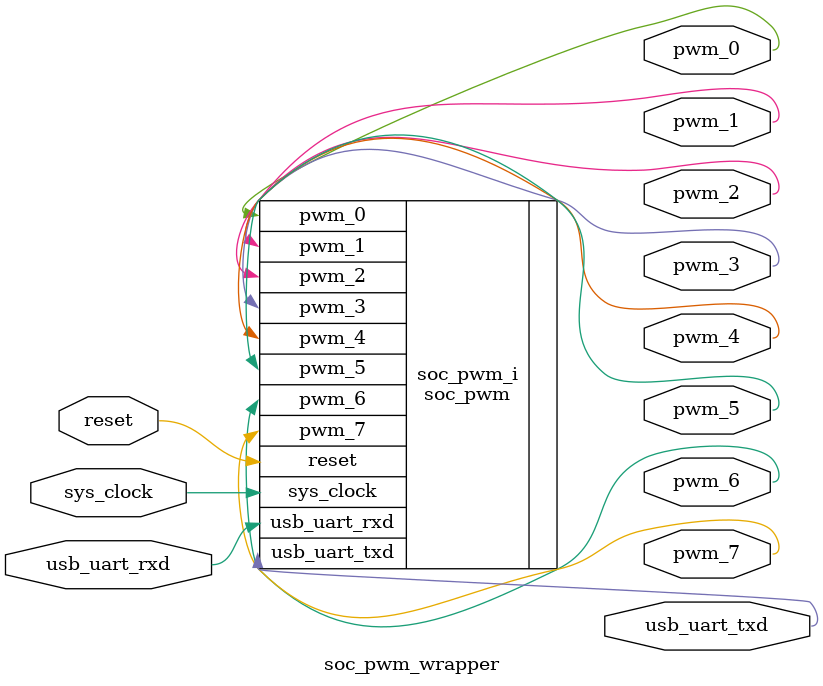
<source format=v>
`timescale 1 ps / 1 ps

module soc_pwm_wrapper
   (pwm_0,
    pwm_1,
    pwm_2,
    pwm_3,
    pwm_4,
    pwm_5,
    pwm_6,
    pwm_7,
    reset,
    sys_clock,
    usb_uart_rxd,
    usb_uart_txd);
  output pwm_0;
  output pwm_1;
  output pwm_2;
  output pwm_3;
  output pwm_4;
  output pwm_5;
  output pwm_6;
  output pwm_7;
  input reset;
  input sys_clock;
  input usb_uart_rxd;
  output usb_uart_txd;

  wire pwm_0;
  wire pwm_1;
  wire pwm_2;
  wire pwm_3;
  wire pwm_4;
  wire pwm_5;
  wire pwm_6;
  wire pwm_7;
  wire reset;
  wire sys_clock;
  wire usb_uart_rxd;
  wire usb_uart_txd;

  soc_pwm soc_pwm_i
       (.pwm_0(pwm_0),
        .pwm_1(pwm_1),
        .pwm_2(pwm_2),
        .pwm_3(pwm_3),
        .pwm_4(pwm_4),
        .pwm_5(pwm_5),
        .pwm_6(pwm_6),
        .pwm_7(pwm_7),
        .reset(reset),
        .sys_clock(sys_clock),
        .usb_uart_rxd(usb_uart_rxd),
        .usb_uart_txd(usb_uart_txd));
endmodule

</source>
